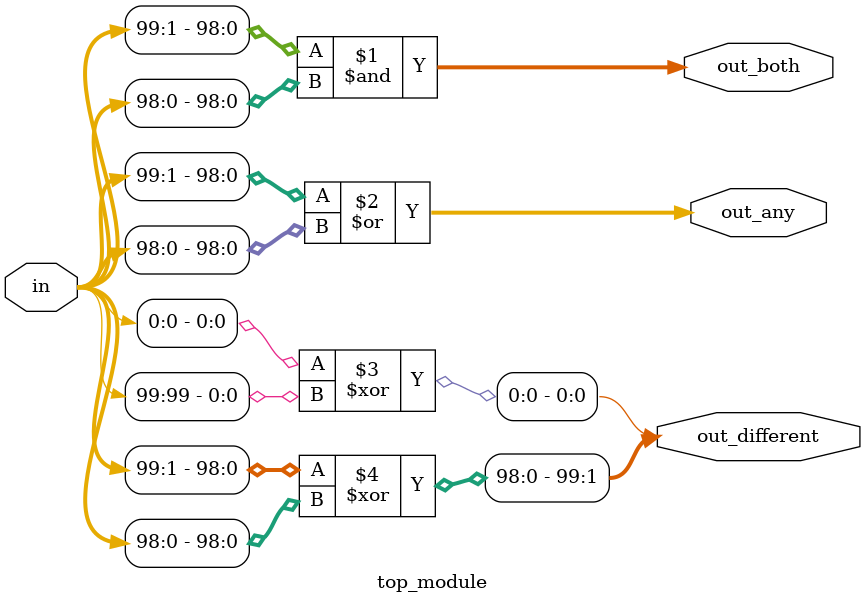
<source format=sv>
module top_module (
    input [99:0] in,
    output [98:0] out_both,
    output [99:0] out_any,
    output [99:0] out_different
);

    // Bit-wise AND operation to get out_both
    assign out_both = in[99:1] & in[98:0];

    // Bit-wise OR operation to get out_any
    assign out_any = in[99:1] | in[98:0];

    // Bit-wise XOR operation to get out_different
    // First bit is calculated separately
    assign out_different[0] = in[0] ^ in[99];
    assign out_different[99:1] = in[99:1] ^ in[98:0];

endmodule

</source>
